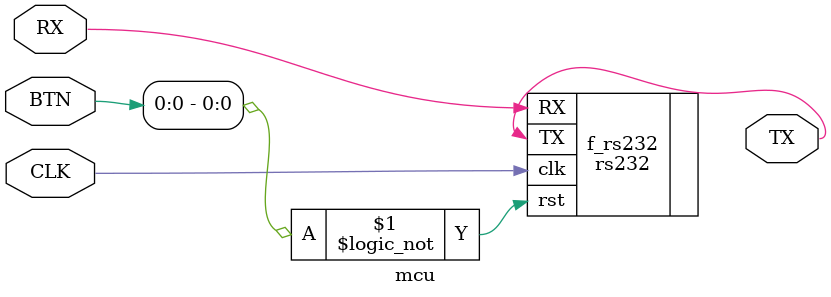
<source format=v>


module mcu(

	//////////// CLOCK //////////
	input CLK,
	
	//////////// BUTTON //////////
	input [2:0] BTN,
	
	//////////// RS232 ///////////
	input RX,
	output TX
	
);
//*******************************//

rs232 f_rs232(.TX(TX), .RX(RX), .clk(CLK), .rst(!BTN[0]));

//*******************************//

endmodule

</source>
